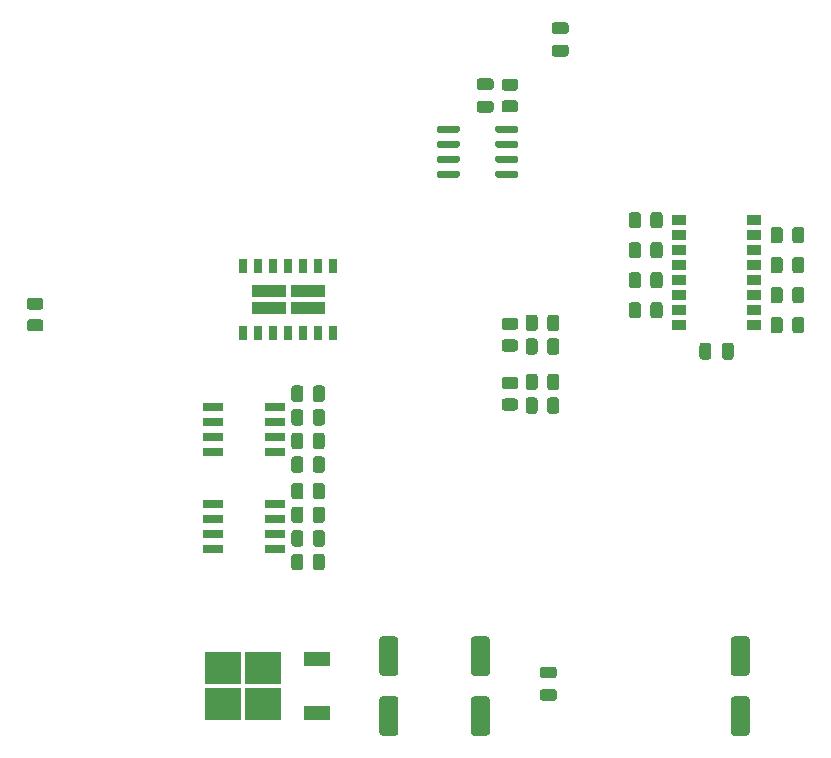
<source format=gbr>
%TF.GenerationSoftware,KiCad,Pcbnew,5.99.0+really5.1.10+dfsg1-1*%
%TF.CreationDate,2022-02-03T20:21:40+01:00*%
%TF.ProjectId,JoeMBMS_V2.0,4a6f654d-424d-4535-9f56-322e302e6b69,rev?*%
%TF.SameCoordinates,Original*%
%TF.FileFunction,Paste,Top*%
%TF.FilePolarity,Positive*%
%FSLAX46Y46*%
G04 Gerber Fmt 4.6, Leading zero omitted, Abs format (unit mm)*
G04 Created by KiCad (PCBNEW 5.99.0+really5.1.10+dfsg1-1) date 2022-02-03 20:21:40*
%MOMM*%
%LPD*%
G01*
G04 APERTURE LIST*
%ADD10R,2.900000X1.025000*%
%ADD11R,0.650000X1.310000*%
%ADD12R,1.193800X0.812800*%
%ADD13R,3.050000X2.750000*%
%ADD14R,2.200000X1.200000*%
%ADD15R,1.780000X0.720000*%
G04 APERTURE END LIST*
D10*
%TO.C,S1*%
X122600000Y-78462500D03*
D11*
X128060000Y-80595000D03*
X128060000Y-74905000D03*
X126790000Y-80595000D03*
X126790000Y-74905000D03*
X125520000Y-80595000D03*
X125520000Y-74905000D03*
X124250000Y-80595000D03*
X124250000Y-74905000D03*
X122980000Y-80595000D03*
X122980000Y-74905000D03*
X121710000Y-80595000D03*
X121710000Y-74905000D03*
X120440000Y-80595000D03*
X120440000Y-74905000D03*
D10*
X125900000Y-78462500D03*
X125900000Y-77037500D03*
X122600000Y-77037500D03*
%TD*%
%TO.C,C1*%
G36*
G01*
X140425000Y-60950000D02*
X141375000Y-60950000D01*
G75*
G02*
X141625000Y-61200000I0J-250000D01*
G01*
X141625000Y-61700000D01*
G75*
G02*
X141375000Y-61950000I-250000J0D01*
G01*
X140425000Y-61950000D01*
G75*
G02*
X140175000Y-61700000I0J250000D01*
G01*
X140175000Y-61200000D01*
G75*
G02*
X140425000Y-60950000I250000J0D01*
G01*
G37*
G36*
G01*
X140425000Y-59050000D02*
X141375000Y-59050000D01*
G75*
G02*
X141625000Y-59300000I0J-250000D01*
G01*
X141625000Y-59800000D01*
G75*
G02*
X141375000Y-60050000I-250000J0D01*
G01*
X140425000Y-60050000D01*
G75*
G02*
X140175000Y-59800000I0J250000D01*
G01*
X140175000Y-59300000D01*
G75*
G02*
X140425000Y-59050000I250000J0D01*
G01*
G37*
%TD*%
D12*
%TO.C,U4*%
X157350001Y-79945000D03*
X157350001Y-78675000D03*
X157350001Y-77405000D03*
X157350001Y-76135000D03*
X157350001Y-74865000D03*
X157350001Y-73595000D03*
X157350001Y-72325000D03*
X157350001Y-71055000D03*
X163649999Y-71055000D03*
X163649999Y-72325000D03*
X163649999Y-73595000D03*
X163649999Y-74865000D03*
X163649999Y-76135000D03*
X163649999Y-77405000D03*
X163649999Y-78675000D03*
X163649999Y-79945000D03*
%TD*%
%TO.C,U2*%
G36*
G01*
X141750000Y-63495000D02*
X141750000Y-63195000D01*
G75*
G02*
X141900000Y-63045000I150000J0D01*
G01*
X143550000Y-63045000D01*
G75*
G02*
X143700000Y-63195000I0J-150000D01*
G01*
X143700000Y-63495000D01*
G75*
G02*
X143550000Y-63645000I-150000J0D01*
G01*
X141900000Y-63645000D01*
G75*
G02*
X141750000Y-63495000I0J150000D01*
G01*
G37*
G36*
G01*
X141750000Y-64765000D02*
X141750000Y-64465000D01*
G75*
G02*
X141900000Y-64315000I150000J0D01*
G01*
X143550000Y-64315000D01*
G75*
G02*
X143700000Y-64465000I0J-150000D01*
G01*
X143700000Y-64765000D01*
G75*
G02*
X143550000Y-64915000I-150000J0D01*
G01*
X141900000Y-64915000D01*
G75*
G02*
X141750000Y-64765000I0J150000D01*
G01*
G37*
G36*
G01*
X141750000Y-66035000D02*
X141750000Y-65735000D01*
G75*
G02*
X141900000Y-65585000I150000J0D01*
G01*
X143550000Y-65585000D01*
G75*
G02*
X143700000Y-65735000I0J-150000D01*
G01*
X143700000Y-66035000D01*
G75*
G02*
X143550000Y-66185000I-150000J0D01*
G01*
X141900000Y-66185000D01*
G75*
G02*
X141750000Y-66035000I0J150000D01*
G01*
G37*
G36*
G01*
X141750000Y-67305000D02*
X141750000Y-67005000D01*
G75*
G02*
X141900000Y-66855000I150000J0D01*
G01*
X143550000Y-66855000D01*
G75*
G02*
X143700000Y-67005000I0J-150000D01*
G01*
X143700000Y-67305000D01*
G75*
G02*
X143550000Y-67455000I-150000J0D01*
G01*
X141900000Y-67455000D01*
G75*
G02*
X141750000Y-67305000I0J150000D01*
G01*
G37*
G36*
G01*
X136800000Y-67305000D02*
X136800000Y-67005000D01*
G75*
G02*
X136950000Y-66855000I150000J0D01*
G01*
X138600000Y-66855000D01*
G75*
G02*
X138750000Y-67005000I0J-150000D01*
G01*
X138750000Y-67305000D01*
G75*
G02*
X138600000Y-67455000I-150000J0D01*
G01*
X136950000Y-67455000D01*
G75*
G02*
X136800000Y-67305000I0J150000D01*
G01*
G37*
G36*
G01*
X136800000Y-66035000D02*
X136800000Y-65735000D01*
G75*
G02*
X136950000Y-65585000I150000J0D01*
G01*
X138600000Y-65585000D01*
G75*
G02*
X138750000Y-65735000I0J-150000D01*
G01*
X138750000Y-66035000D01*
G75*
G02*
X138600000Y-66185000I-150000J0D01*
G01*
X136950000Y-66185000D01*
G75*
G02*
X136800000Y-66035000I0J150000D01*
G01*
G37*
G36*
G01*
X136800000Y-64765000D02*
X136800000Y-64465000D01*
G75*
G02*
X136950000Y-64315000I150000J0D01*
G01*
X138600000Y-64315000D01*
G75*
G02*
X138750000Y-64465000I0J-150000D01*
G01*
X138750000Y-64765000D01*
G75*
G02*
X138600000Y-64915000I-150000J0D01*
G01*
X136950000Y-64915000D01*
G75*
G02*
X136800000Y-64765000I0J150000D01*
G01*
G37*
G36*
G01*
X136800000Y-63495000D02*
X136800000Y-63195000D01*
G75*
G02*
X136950000Y-63045000I150000J0D01*
G01*
X138600000Y-63045000D01*
G75*
G02*
X138750000Y-63195000I0J-150000D01*
G01*
X138750000Y-63495000D01*
G75*
G02*
X138600000Y-63645000I-150000J0D01*
G01*
X136950000Y-63645000D01*
G75*
G02*
X136800000Y-63495000I0J150000D01*
G01*
G37*
%TD*%
%TO.C,R24*%
G36*
G01*
X103250002Y-78650000D02*
X102349998Y-78650000D01*
G75*
G02*
X102100000Y-78400002I0J249998D01*
G01*
X102100000Y-77874998D01*
G75*
G02*
X102349998Y-77625000I249998J0D01*
G01*
X103250002Y-77625000D01*
G75*
G02*
X103500000Y-77874998I0J-249998D01*
G01*
X103500000Y-78400002D01*
G75*
G02*
X103250002Y-78650000I-249998J0D01*
G01*
G37*
G36*
G01*
X103250002Y-80475000D02*
X102349998Y-80475000D01*
G75*
G02*
X102100000Y-80225002I0J249998D01*
G01*
X102100000Y-79699998D01*
G75*
G02*
X102349998Y-79450000I249998J0D01*
G01*
X103250002Y-79450000D01*
G75*
G02*
X103500000Y-79699998I0J-249998D01*
G01*
X103500000Y-80225002D01*
G75*
G02*
X103250002Y-80475000I-249998J0D01*
G01*
G37*
%TD*%
%TO.C,R23*%
G36*
G01*
X142549998Y-81150000D02*
X143450002Y-81150000D01*
G75*
G02*
X143700000Y-81399998I0J-249998D01*
G01*
X143700000Y-81925002D01*
G75*
G02*
X143450002Y-82175000I-249998J0D01*
G01*
X142549998Y-82175000D01*
G75*
G02*
X142300000Y-81925002I0J249998D01*
G01*
X142300000Y-81399998D01*
G75*
G02*
X142549998Y-81150000I249998J0D01*
G01*
G37*
G36*
G01*
X142549998Y-79325000D02*
X143450002Y-79325000D01*
G75*
G02*
X143700000Y-79574998I0J-249998D01*
G01*
X143700000Y-80100002D01*
G75*
G02*
X143450002Y-80350000I-249998J0D01*
G01*
X142549998Y-80350000D01*
G75*
G02*
X142300000Y-80100002I0J249998D01*
G01*
X142300000Y-79574998D01*
G75*
G02*
X142549998Y-79325000I249998J0D01*
G01*
G37*
%TD*%
%TO.C,R22*%
G36*
G01*
X146150000Y-82200002D02*
X146150000Y-81299998D01*
G75*
G02*
X146399998Y-81050000I249998J0D01*
G01*
X146925002Y-81050000D01*
G75*
G02*
X147175000Y-81299998I0J-249998D01*
G01*
X147175000Y-82200002D01*
G75*
G02*
X146925002Y-82450000I-249998J0D01*
G01*
X146399998Y-82450000D01*
G75*
G02*
X146150000Y-82200002I0J249998D01*
G01*
G37*
G36*
G01*
X144325000Y-82200002D02*
X144325000Y-81299998D01*
G75*
G02*
X144574998Y-81050000I249998J0D01*
G01*
X145100002Y-81050000D01*
G75*
G02*
X145350000Y-81299998I0J-249998D01*
G01*
X145350000Y-82200002D01*
G75*
G02*
X145100002Y-82450000I-249998J0D01*
G01*
X144574998Y-82450000D01*
G75*
G02*
X144325000Y-82200002I0J249998D01*
G01*
G37*
%TD*%
%TO.C,R21*%
G36*
G01*
X145350000Y-79299998D02*
X145350000Y-80200002D01*
G75*
G02*
X145100002Y-80450000I-249998J0D01*
G01*
X144574998Y-80450000D01*
G75*
G02*
X144325000Y-80200002I0J249998D01*
G01*
X144325000Y-79299998D01*
G75*
G02*
X144574998Y-79050000I249998J0D01*
G01*
X145100002Y-79050000D01*
G75*
G02*
X145350000Y-79299998I0J-249998D01*
G01*
G37*
G36*
G01*
X147175000Y-79299998D02*
X147175000Y-80200002D01*
G75*
G02*
X146925002Y-80450000I-249998J0D01*
G01*
X146399998Y-80450000D01*
G75*
G02*
X146150000Y-80200002I0J249998D01*
G01*
X146150000Y-79299998D01*
G75*
G02*
X146399998Y-79050000I249998J0D01*
G01*
X146925002Y-79050000D01*
G75*
G02*
X147175000Y-79299998I0J-249998D01*
G01*
G37*
%TD*%
%TO.C,R20*%
G36*
G01*
X143450002Y-85350000D02*
X142549998Y-85350000D01*
G75*
G02*
X142300000Y-85100002I0J249998D01*
G01*
X142300000Y-84574998D01*
G75*
G02*
X142549998Y-84325000I249998J0D01*
G01*
X143450002Y-84325000D01*
G75*
G02*
X143700000Y-84574998I0J-249998D01*
G01*
X143700000Y-85100002D01*
G75*
G02*
X143450002Y-85350000I-249998J0D01*
G01*
G37*
G36*
G01*
X143450002Y-87175000D02*
X142549998Y-87175000D01*
G75*
G02*
X142300000Y-86925002I0J249998D01*
G01*
X142300000Y-86399998D01*
G75*
G02*
X142549998Y-86150000I249998J0D01*
G01*
X143450002Y-86150000D01*
G75*
G02*
X143700000Y-86399998I0J-249998D01*
G01*
X143700000Y-86925002D01*
G75*
G02*
X143450002Y-87175000I-249998J0D01*
G01*
G37*
%TD*%
%TO.C,R19*%
G36*
G01*
X146150000Y-85200002D02*
X146150000Y-84299998D01*
G75*
G02*
X146399998Y-84050000I249998J0D01*
G01*
X146925002Y-84050000D01*
G75*
G02*
X147175000Y-84299998I0J-249998D01*
G01*
X147175000Y-85200002D01*
G75*
G02*
X146925002Y-85450000I-249998J0D01*
G01*
X146399998Y-85450000D01*
G75*
G02*
X146150000Y-85200002I0J249998D01*
G01*
G37*
G36*
G01*
X144325000Y-85200002D02*
X144325000Y-84299998D01*
G75*
G02*
X144574998Y-84050000I249998J0D01*
G01*
X145100002Y-84050000D01*
G75*
G02*
X145350000Y-84299998I0J-249998D01*
G01*
X145350000Y-85200002D01*
G75*
G02*
X145100002Y-85450000I-249998J0D01*
G01*
X144574998Y-85450000D01*
G75*
G02*
X144325000Y-85200002I0J249998D01*
G01*
G37*
%TD*%
%TO.C,R18*%
G36*
G01*
X145350000Y-86299998D02*
X145350000Y-87200002D01*
G75*
G02*
X145100002Y-87450000I-249998J0D01*
G01*
X144574998Y-87450000D01*
G75*
G02*
X144325000Y-87200002I0J249998D01*
G01*
X144325000Y-86299998D01*
G75*
G02*
X144574998Y-86050000I249998J0D01*
G01*
X145100002Y-86050000D01*
G75*
G02*
X145350000Y-86299998I0J-249998D01*
G01*
G37*
G36*
G01*
X147175000Y-86299998D02*
X147175000Y-87200002D01*
G75*
G02*
X146925002Y-87450000I-249998J0D01*
G01*
X146399998Y-87450000D01*
G75*
G02*
X146150000Y-87200002I0J249998D01*
G01*
X146150000Y-86299998D01*
G75*
G02*
X146399998Y-86050000I249998J0D01*
G01*
X146925002Y-86050000D01*
G75*
G02*
X147175000Y-86299998I0J-249998D01*
G01*
G37*
%TD*%
%TO.C,R17*%
G36*
G01*
X125512500Y-85299998D02*
X125512500Y-86200002D01*
G75*
G02*
X125262502Y-86450000I-249998J0D01*
G01*
X124737498Y-86450000D01*
G75*
G02*
X124487500Y-86200002I0J249998D01*
G01*
X124487500Y-85299998D01*
G75*
G02*
X124737498Y-85050000I249998J0D01*
G01*
X125262502Y-85050000D01*
G75*
G02*
X125512500Y-85299998I0J-249998D01*
G01*
G37*
G36*
G01*
X127337500Y-85299998D02*
X127337500Y-86200002D01*
G75*
G02*
X127087502Y-86450000I-249998J0D01*
G01*
X126562498Y-86450000D01*
G75*
G02*
X126312500Y-86200002I0J249998D01*
G01*
X126312500Y-85299998D01*
G75*
G02*
X126562498Y-85050000I249998J0D01*
G01*
X127087502Y-85050000D01*
G75*
G02*
X127337500Y-85299998I0J-249998D01*
G01*
G37*
%TD*%
%TO.C,R16*%
G36*
G01*
X125512500Y-87299998D02*
X125512500Y-88200002D01*
G75*
G02*
X125262502Y-88450000I-249998J0D01*
G01*
X124737498Y-88450000D01*
G75*
G02*
X124487500Y-88200002I0J249998D01*
G01*
X124487500Y-87299998D01*
G75*
G02*
X124737498Y-87050000I249998J0D01*
G01*
X125262502Y-87050000D01*
G75*
G02*
X125512500Y-87299998I0J-249998D01*
G01*
G37*
G36*
G01*
X127337500Y-87299998D02*
X127337500Y-88200002D01*
G75*
G02*
X127087502Y-88450000I-249998J0D01*
G01*
X126562498Y-88450000D01*
G75*
G02*
X126312500Y-88200002I0J249998D01*
G01*
X126312500Y-87299998D01*
G75*
G02*
X126562498Y-87050000I249998J0D01*
G01*
X127087502Y-87050000D01*
G75*
G02*
X127337500Y-87299998I0J-249998D01*
G01*
G37*
%TD*%
%TO.C,R15*%
G36*
G01*
X125512500Y-89299998D02*
X125512500Y-90200002D01*
G75*
G02*
X125262502Y-90450000I-249998J0D01*
G01*
X124737498Y-90450000D01*
G75*
G02*
X124487500Y-90200002I0J249998D01*
G01*
X124487500Y-89299998D01*
G75*
G02*
X124737498Y-89050000I249998J0D01*
G01*
X125262502Y-89050000D01*
G75*
G02*
X125512500Y-89299998I0J-249998D01*
G01*
G37*
G36*
G01*
X127337500Y-89299998D02*
X127337500Y-90200002D01*
G75*
G02*
X127087502Y-90450000I-249998J0D01*
G01*
X126562498Y-90450000D01*
G75*
G02*
X126312500Y-90200002I0J249998D01*
G01*
X126312500Y-89299998D01*
G75*
G02*
X126562498Y-89050000I249998J0D01*
G01*
X127087502Y-89050000D01*
G75*
G02*
X127337500Y-89299998I0J-249998D01*
G01*
G37*
%TD*%
%TO.C,R14*%
G36*
G01*
X125512500Y-91299998D02*
X125512500Y-92200002D01*
G75*
G02*
X125262502Y-92450000I-249998J0D01*
G01*
X124737498Y-92450000D01*
G75*
G02*
X124487500Y-92200002I0J249998D01*
G01*
X124487500Y-91299998D01*
G75*
G02*
X124737498Y-91050000I249998J0D01*
G01*
X125262502Y-91050000D01*
G75*
G02*
X125512500Y-91299998I0J-249998D01*
G01*
G37*
G36*
G01*
X127337500Y-91299998D02*
X127337500Y-92200002D01*
G75*
G02*
X127087502Y-92450000I-249998J0D01*
G01*
X126562498Y-92450000D01*
G75*
G02*
X126312500Y-92200002I0J249998D01*
G01*
X126312500Y-91299998D01*
G75*
G02*
X126562498Y-91050000I249998J0D01*
G01*
X127087502Y-91050000D01*
G75*
G02*
X127337500Y-91299998I0J-249998D01*
G01*
G37*
%TD*%
%TO.C,R13*%
G36*
G01*
X125512500Y-93549998D02*
X125512500Y-94450002D01*
G75*
G02*
X125262502Y-94700000I-249998J0D01*
G01*
X124737498Y-94700000D01*
G75*
G02*
X124487500Y-94450002I0J249998D01*
G01*
X124487500Y-93549998D01*
G75*
G02*
X124737498Y-93300000I249998J0D01*
G01*
X125262502Y-93300000D01*
G75*
G02*
X125512500Y-93549998I0J-249998D01*
G01*
G37*
G36*
G01*
X127337500Y-93549998D02*
X127337500Y-94450002D01*
G75*
G02*
X127087502Y-94700000I-249998J0D01*
G01*
X126562498Y-94700000D01*
G75*
G02*
X126312500Y-94450002I0J249998D01*
G01*
X126312500Y-93549998D01*
G75*
G02*
X126562498Y-93300000I249998J0D01*
G01*
X127087502Y-93300000D01*
G75*
G02*
X127337500Y-93549998I0J-249998D01*
G01*
G37*
%TD*%
%TO.C,R12*%
G36*
G01*
X125512500Y-95549998D02*
X125512500Y-96450002D01*
G75*
G02*
X125262502Y-96700000I-249998J0D01*
G01*
X124737498Y-96700000D01*
G75*
G02*
X124487500Y-96450002I0J249998D01*
G01*
X124487500Y-95549998D01*
G75*
G02*
X124737498Y-95300000I249998J0D01*
G01*
X125262502Y-95300000D01*
G75*
G02*
X125512500Y-95549998I0J-249998D01*
G01*
G37*
G36*
G01*
X127337500Y-95549998D02*
X127337500Y-96450002D01*
G75*
G02*
X127087502Y-96700000I-249998J0D01*
G01*
X126562498Y-96700000D01*
G75*
G02*
X126312500Y-96450002I0J249998D01*
G01*
X126312500Y-95549998D01*
G75*
G02*
X126562498Y-95300000I249998J0D01*
G01*
X127087502Y-95300000D01*
G75*
G02*
X127337500Y-95549998I0J-249998D01*
G01*
G37*
%TD*%
%TO.C,R11*%
G36*
G01*
X125512500Y-97549998D02*
X125512500Y-98450002D01*
G75*
G02*
X125262502Y-98700000I-249998J0D01*
G01*
X124737498Y-98700000D01*
G75*
G02*
X124487500Y-98450002I0J249998D01*
G01*
X124487500Y-97549998D01*
G75*
G02*
X124737498Y-97300000I249998J0D01*
G01*
X125262502Y-97300000D01*
G75*
G02*
X125512500Y-97549998I0J-249998D01*
G01*
G37*
G36*
G01*
X127337500Y-97549998D02*
X127337500Y-98450002D01*
G75*
G02*
X127087502Y-98700000I-249998J0D01*
G01*
X126562498Y-98700000D01*
G75*
G02*
X126312500Y-98450002I0J249998D01*
G01*
X126312500Y-97549998D01*
G75*
G02*
X126562498Y-97300000I249998J0D01*
G01*
X127087502Y-97300000D01*
G75*
G02*
X127337500Y-97549998I0J-249998D01*
G01*
G37*
%TD*%
%TO.C,R10*%
G36*
G01*
X125512500Y-99549998D02*
X125512500Y-100450002D01*
G75*
G02*
X125262502Y-100700000I-249998J0D01*
G01*
X124737498Y-100700000D01*
G75*
G02*
X124487500Y-100450002I0J249998D01*
G01*
X124487500Y-99549998D01*
G75*
G02*
X124737498Y-99300000I249998J0D01*
G01*
X125262502Y-99300000D01*
G75*
G02*
X125512500Y-99549998I0J-249998D01*
G01*
G37*
G36*
G01*
X127337500Y-99549998D02*
X127337500Y-100450002D01*
G75*
G02*
X127087502Y-100700000I-249998J0D01*
G01*
X126562498Y-100700000D01*
G75*
G02*
X126312500Y-100450002I0J249998D01*
G01*
X126312500Y-99549998D01*
G75*
G02*
X126562498Y-99300000I249998J0D01*
G01*
X127087502Y-99300000D01*
G75*
G02*
X127337500Y-99549998I0J-249998D01*
G01*
G37*
%TD*%
%TO.C,R9*%
G36*
G01*
X154100000Y-70604998D02*
X154100000Y-71505002D01*
G75*
G02*
X153850002Y-71755000I-249998J0D01*
G01*
X153324998Y-71755000D01*
G75*
G02*
X153075000Y-71505002I0J249998D01*
G01*
X153075000Y-70604998D01*
G75*
G02*
X153324998Y-70355000I249998J0D01*
G01*
X153850002Y-70355000D01*
G75*
G02*
X154100000Y-70604998I0J-249998D01*
G01*
G37*
G36*
G01*
X155925000Y-70604998D02*
X155925000Y-71505002D01*
G75*
G02*
X155675002Y-71755000I-249998J0D01*
G01*
X155149998Y-71755000D01*
G75*
G02*
X154900000Y-71505002I0J249998D01*
G01*
X154900000Y-70604998D01*
G75*
G02*
X155149998Y-70355000I249998J0D01*
G01*
X155675002Y-70355000D01*
G75*
G02*
X155925000Y-70604998I0J-249998D01*
G01*
G37*
%TD*%
%TO.C,R8*%
G36*
G01*
X154100000Y-73144998D02*
X154100000Y-74045002D01*
G75*
G02*
X153850002Y-74295000I-249998J0D01*
G01*
X153324998Y-74295000D01*
G75*
G02*
X153075000Y-74045002I0J249998D01*
G01*
X153075000Y-73144998D01*
G75*
G02*
X153324998Y-72895000I249998J0D01*
G01*
X153850002Y-72895000D01*
G75*
G02*
X154100000Y-73144998I0J-249998D01*
G01*
G37*
G36*
G01*
X155925000Y-73144998D02*
X155925000Y-74045002D01*
G75*
G02*
X155675002Y-74295000I-249998J0D01*
G01*
X155149998Y-74295000D01*
G75*
G02*
X154900000Y-74045002I0J249998D01*
G01*
X154900000Y-73144998D01*
G75*
G02*
X155149998Y-72895000I249998J0D01*
G01*
X155675002Y-72895000D01*
G75*
G02*
X155925000Y-73144998I0J-249998D01*
G01*
G37*
%TD*%
%TO.C,R7*%
G36*
G01*
X154100000Y-75684998D02*
X154100000Y-76585002D01*
G75*
G02*
X153850002Y-76835000I-249998J0D01*
G01*
X153324998Y-76835000D01*
G75*
G02*
X153075000Y-76585002I0J249998D01*
G01*
X153075000Y-75684998D01*
G75*
G02*
X153324998Y-75435000I249998J0D01*
G01*
X153850002Y-75435000D01*
G75*
G02*
X154100000Y-75684998I0J-249998D01*
G01*
G37*
G36*
G01*
X155925000Y-75684998D02*
X155925000Y-76585002D01*
G75*
G02*
X155675002Y-76835000I-249998J0D01*
G01*
X155149998Y-76835000D01*
G75*
G02*
X154900000Y-76585002I0J249998D01*
G01*
X154900000Y-75684998D01*
G75*
G02*
X155149998Y-75435000I249998J0D01*
G01*
X155675002Y-75435000D01*
G75*
G02*
X155925000Y-75684998I0J-249998D01*
G01*
G37*
%TD*%
%TO.C,R6*%
G36*
G01*
X154100000Y-78224998D02*
X154100000Y-79125002D01*
G75*
G02*
X153850002Y-79375000I-249998J0D01*
G01*
X153324998Y-79375000D01*
G75*
G02*
X153075000Y-79125002I0J249998D01*
G01*
X153075000Y-78224998D01*
G75*
G02*
X153324998Y-77975000I249998J0D01*
G01*
X153850002Y-77975000D01*
G75*
G02*
X154100000Y-78224998I0J-249998D01*
G01*
G37*
G36*
G01*
X155925000Y-78224998D02*
X155925000Y-79125002D01*
G75*
G02*
X155675002Y-79375000I-249998J0D01*
G01*
X155149998Y-79375000D01*
G75*
G02*
X154900000Y-79125002I0J249998D01*
G01*
X154900000Y-78224998D01*
G75*
G02*
X155149998Y-77975000I249998J0D01*
G01*
X155675002Y-77975000D01*
G75*
G02*
X155925000Y-78224998I0J-249998D01*
G01*
G37*
%TD*%
%TO.C,R5*%
G36*
G01*
X166100000Y-71874998D02*
X166100000Y-72775002D01*
G75*
G02*
X165850002Y-73025000I-249998J0D01*
G01*
X165324998Y-73025000D01*
G75*
G02*
X165075000Y-72775002I0J249998D01*
G01*
X165075000Y-71874998D01*
G75*
G02*
X165324998Y-71625000I249998J0D01*
G01*
X165850002Y-71625000D01*
G75*
G02*
X166100000Y-71874998I0J-249998D01*
G01*
G37*
G36*
G01*
X167925000Y-71874998D02*
X167925000Y-72775002D01*
G75*
G02*
X167675002Y-73025000I-249998J0D01*
G01*
X167149998Y-73025000D01*
G75*
G02*
X166900000Y-72775002I0J249998D01*
G01*
X166900000Y-71874998D01*
G75*
G02*
X167149998Y-71625000I249998J0D01*
G01*
X167675002Y-71625000D01*
G75*
G02*
X167925000Y-71874998I0J-249998D01*
G01*
G37*
%TD*%
%TO.C,R4*%
G36*
G01*
X166100000Y-74414998D02*
X166100000Y-75315002D01*
G75*
G02*
X165850002Y-75565000I-249998J0D01*
G01*
X165324998Y-75565000D01*
G75*
G02*
X165075000Y-75315002I0J249998D01*
G01*
X165075000Y-74414998D01*
G75*
G02*
X165324998Y-74165000I249998J0D01*
G01*
X165850002Y-74165000D01*
G75*
G02*
X166100000Y-74414998I0J-249998D01*
G01*
G37*
G36*
G01*
X167925000Y-74414998D02*
X167925000Y-75315002D01*
G75*
G02*
X167675002Y-75565000I-249998J0D01*
G01*
X167149998Y-75565000D01*
G75*
G02*
X166900000Y-75315002I0J249998D01*
G01*
X166900000Y-74414998D01*
G75*
G02*
X167149998Y-74165000I249998J0D01*
G01*
X167675002Y-74165000D01*
G75*
G02*
X167925000Y-74414998I0J-249998D01*
G01*
G37*
%TD*%
%TO.C,R3*%
G36*
G01*
X166100000Y-76954998D02*
X166100000Y-77855002D01*
G75*
G02*
X165850002Y-78105000I-249998J0D01*
G01*
X165324998Y-78105000D01*
G75*
G02*
X165075000Y-77855002I0J249998D01*
G01*
X165075000Y-76954998D01*
G75*
G02*
X165324998Y-76705000I249998J0D01*
G01*
X165850002Y-76705000D01*
G75*
G02*
X166100000Y-76954998I0J-249998D01*
G01*
G37*
G36*
G01*
X167925000Y-76954998D02*
X167925000Y-77855002D01*
G75*
G02*
X167675002Y-78105000I-249998J0D01*
G01*
X167149998Y-78105000D01*
G75*
G02*
X166900000Y-77855002I0J249998D01*
G01*
X166900000Y-76954998D01*
G75*
G02*
X167149998Y-76705000I249998J0D01*
G01*
X167675002Y-76705000D01*
G75*
G02*
X167925000Y-76954998I0J-249998D01*
G01*
G37*
%TD*%
%TO.C,R2*%
G36*
G01*
X166100000Y-79494998D02*
X166100000Y-80395002D01*
G75*
G02*
X165850002Y-80645000I-249998J0D01*
G01*
X165324998Y-80645000D01*
G75*
G02*
X165075000Y-80395002I0J249998D01*
G01*
X165075000Y-79494998D01*
G75*
G02*
X165324998Y-79245000I249998J0D01*
G01*
X165850002Y-79245000D01*
G75*
G02*
X166100000Y-79494998I0J-249998D01*
G01*
G37*
G36*
G01*
X167925000Y-79494998D02*
X167925000Y-80395002D01*
G75*
G02*
X167675002Y-80645000I-249998J0D01*
G01*
X167149998Y-80645000D01*
G75*
G02*
X166900000Y-80395002I0J249998D01*
G01*
X166900000Y-79494998D01*
G75*
G02*
X167149998Y-79245000I249998J0D01*
G01*
X167675002Y-79245000D01*
G75*
G02*
X167925000Y-79494998I0J-249998D01*
G01*
G37*
%TD*%
%TO.C,R1*%
G36*
G01*
X142549998Y-60900000D02*
X143450002Y-60900000D01*
G75*
G02*
X143700000Y-61149998I0J-249998D01*
G01*
X143700000Y-61675002D01*
G75*
G02*
X143450002Y-61925000I-249998J0D01*
G01*
X142549998Y-61925000D01*
G75*
G02*
X142300000Y-61675002I0J249998D01*
G01*
X142300000Y-61149998D01*
G75*
G02*
X142549998Y-60900000I249998J0D01*
G01*
G37*
G36*
G01*
X142549998Y-59075000D02*
X143450002Y-59075000D01*
G75*
G02*
X143700000Y-59324998I0J-249998D01*
G01*
X143700000Y-59850002D01*
G75*
G02*
X143450002Y-60100000I-249998J0D01*
G01*
X142549998Y-60100000D01*
G75*
G02*
X142300000Y-59850002I0J249998D01*
G01*
X142300000Y-59324998D01*
G75*
G02*
X142549998Y-59075000I249998J0D01*
G01*
G37*
%TD*%
D13*
%TO.C,Q3*%
X122075000Y-108975000D03*
X118725000Y-112025000D03*
X122075000Y-112025000D03*
X118725000Y-108975000D03*
D14*
X126700000Y-108220000D03*
X126700000Y-112780000D03*
%TD*%
D15*
%TO.C,Q1*%
X117890000Y-90655000D03*
X117890000Y-89385000D03*
X117890000Y-88115000D03*
X117890000Y-86845000D03*
X123110000Y-86845000D03*
X123110000Y-89385000D03*
X123110000Y-88115000D03*
X123110000Y-90655000D03*
%TD*%
%TO.C,Q2*%
X117890000Y-98905000D03*
X117890000Y-97635000D03*
X117890000Y-96365000D03*
X117890000Y-95095000D03*
X123110000Y-95095000D03*
X123110000Y-97635000D03*
X123110000Y-96365000D03*
X123110000Y-98905000D03*
%TD*%
%TO.C,C8*%
G36*
G01*
X139950000Y-111375000D02*
X141050000Y-111375000D01*
G75*
G02*
X141300000Y-111625000I0J-250000D01*
G01*
X141300000Y-114450000D01*
G75*
G02*
X141050000Y-114700000I-250000J0D01*
G01*
X139950000Y-114700000D01*
G75*
G02*
X139700000Y-114450000I0J250000D01*
G01*
X139700000Y-111625000D01*
G75*
G02*
X139950000Y-111375000I250000J0D01*
G01*
G37*
G36*
G01*
X139950000Y-106300000D02*
X141050000Y-106300000D01*
G75*
G02*
X141300000Y-106550000I0J-250000D01*
G01*
X141300000Y-109375000D01*
G75*
G02*
X141050000Y-109625000I-250000J0D01*
G01*
X139950000Y-109625000D01*
G75*
G02*
X139700000Y-109375000I0J250000D01*
G01*
X139700000Y-106550000D01*
G75*
G02*
X139950000Y-106300000I250000J0D01*
G01*
G37*
%TD*%
%TO.C,C7*%
G36*
G01*
X161950000Y-111375000D02*
X163050000Y-111375000D01*
G75*
G02*
X163300000Y-111625000I0J-250000D01*
G01*
X163300000Y-114450000D01*
G75*
G02*
X163050000Y-114700000I-250000J0D01*
G01*
X161950000Y-114700000D01*
G75*
G02*
X161700000Y-114450000I0J250000D01*
G01*
X161700000Y-111625000D01*
G75*
G02*
X161950000Y-111375000I250000J0D01*
G01*
G37*
G36*
G01*
X161950000Y-106300000D02*
X163050000Y-106300000D01*
G75*
G02*
X163300000Y-106550000I0J-250000D01*
G01*
X163300000Y-109375000D01*
G75*
G02*
X163050000Y-109625000I-250000J0D01*
G01*
X161950000Y-109625000D01*
G75*
G02*
X161700000Y-109375000I0J250000D01*
G01*
X161700000Y-106550000D01*
G75*
G02*
X161950000Y-106300000I250000J0D01*
G01*
G37*
%TD*%
%TO.C,C6*%
G36*
G01*
X146725000Y-109850000D02*
X145775000Y-109850000D01*
G75*
G02*
X145525000Y-109600000I0J250000D01*
G01*
X145525000Y-109100000D01*
G75*
G02*
X145775000Y-108850000I250000J0D01*
G01*
X146725000Y-108850000D01*
G75*
G02*
X146975000Y-109100000I0J-250000D01*
G01*
X146975000Y-109600000D01*
G75*
G02*
X146725000Y-109850000I-250000J0D01*
G01*
G37*
G36*
G01*
X146725000Y-111750000D02*
X145775000Y-111750000D01*
G75*
G02*
X145525000Y-111500000I0J250000D01*
G01*
X145525000Y-111000000D01*
G75*
G02*
X145775000Y-110750000I250000J0D01*
G01*
X146725000Y-110750000D01*
G75*
G02*
X146975000Y-111000000I0J-250000D01*
G01*
X146975000Y-111500000D01*
G75*
G02*
X146725000Y-111750000I-250000J0D01*
G01*
G37*
%TD*%
%TO.C,C5*%
G36*
G01*
X132200000Y-111375000D02*
X133300000Y-111375000D01*
G75*
G02*
X133550000Y-111625000I0J-250000D01*
G01*
X133550000Y-114450000D01*
G75*
G02*
X133300000Y-114700000I-250000J0D01*
G01*
X132200000Y-114700000D01*
G75*
G02*
X131950000Y-114450000I0J250000D01*
G01*
X131950000Y-111625000D01*
G75*
G02*
X132200000Y-111375000I250000J0D01*
G01*
G37*
G36*
G01*
X132200000Y-106300000D02*
X133300000Y-106300000D01*
G75*
G02*
X133550000Y-106550000I0J-250000D01*
G01*
X133550000Y-109375000D01*
G75*
G02*
X133300000Y-109625000I-250000J0D01*
G01*
X132200000Y-109625000D01*
G75*
G02*
X131950000Y-109375000I0J250000D01*
G01*
X131950000Y-106550000D01*
G75*
G02*
X132200000Y-106300000I250000J0D01*
G01*
G37*
%TD*%
%TO.C,C3*%
G36*
G01*
X160050000Y-81675000D02*
X160050000Y-82625000D01*
G75*
G02*
X159800000Y-82875000I-250000J0D01*
G01*
X159300000Y-82875000D01*
G75*
G02*
X159050000Y-82625000I0J250000D01*
G01*
X159050000Y-81675000D01*
G75*
G02*
X159300000Y-81425000I250000J0D01*
G01*
X159800000Y-81425000D01*
G75*
G02*
X160050000Y-81675000I0J-250000D01*
G01*
G37*
G36*
G01*
X161950000Y-81675000D02*
X161950000Y-82625000D01*
G75*
G02*
X161700000Y-82875000I-250000J0D01*
G01*
X161200000Y-82875000D01*
G75*
G02*
X160950000Y-82625000I0J250000D01*
G01*
X160950000Y-81675000D01*
G75*
G02*
X161200000Y-81425000I250000J0D01*
G01*
X161700000Y-81425000D01*
G75*
G02*
X161950000Y-81675000I0J-250000D01*
G01*
G37*
%TD*%
%TO.C,C2*%
G36*
G01*
X147725000Y-55300000D02*
X146775000Y-55300000D01*
G75*
G02*
X146525000Y-55050000I0J250000D01*
G01*
X146525000Y-54550000D01*
G75*
G02*
X146775000Y-54300000I250000J0D01*
G01*
X147725000Y-54300000D01*
G75*
G02*
X147975000Y-54550000I0J-250000D01*
G01*
X147975000Y-55050000D01*
G75*
G02*
X147725000Y-55300000I-250000J0D01*
G01*
G37*
G36*
G01*
X147725000Y-57200000D02*
X146775000Y-57200000D01*
G75*
G02*
X146525000Y-56950000I0J250000D01*
G01*
X146525000Y-56450000D01*
G75*
G02*
X146775000Y-56200000I250000J0D01*
G01*
X147725000Y-56200000D01*
G75*
G02*
X147975000Y-56450000I0J-250000D01*
G01*
X147975000Y-56950000D01*
G75*
G02*
X147725000Y-57200000I-250000J0D01*
G01*
G37*
%TD*%
M02*

</source>
